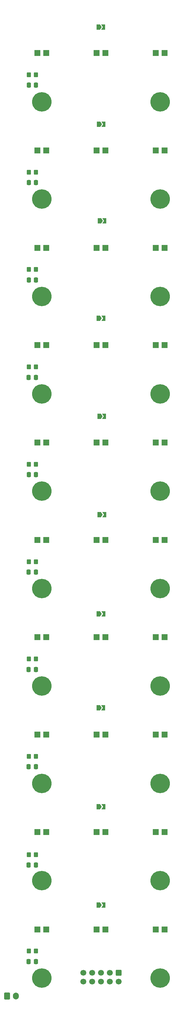
<source format=gts>
%TF.GenerationSoftware,KiCad,Pcbnew,(6.0.0)*%
%TF.CreationDate,2022-10-10T13:55:59+02:00*%
%TF.ProjectId,led_bar,6c65645f-6261-4722-9e6b-696361645f70,rev?*%
%TF.SameCoordinates,Original*%
%TF.FileFunction,Soldermask,Top*%
%TF.FilePolarity,Negative*%
%FSLAX46Y46*%
G04 Gerber Fmt 4.6, Leading zero omitted, Abs format (unit mm)*
G04 Created by KiCad (PCBNEW (6.0.0)) date 2022-10-10 13:55:59*
%MOMM*%
%LPD*%
G01*
G04 APERTURE LIST*
G04 Aperture macros list*
%AMRoundRect*
0 Rectangle with rounded corners*
0 $1 Rounding radius*
0 $2 $3 $4 $5 $6 $7 $8 $9 X,Y pos of 4 corners*
0 Add a 4 corners polygon primitive as box body*
4,1,4,$2,$3,$4,$5,$6,$7,$8,$9,$2,$3,0*
0 Add four circle primitives for the rounded corners*
1,1,$1+$1,$2,$3*
1,1,$1+$1,$4,$5*
1,1,$1+$1,$6,$7*
1,1,$1+$1,$8,$9*
0 Add four rect primitives between the rounded corners*
20,1,$1+$1,$2,$3,$4,$5,0*
20,1,$1+$1,$4,$5,$6,$7,0*
20,1,$1+$1,$6,$7,$8,$9,0*
20,1,$1+$1,$8,$9,$2,$3,0*%
%AMFreePoly0*
4,1,6,1.000000,0.000000,0.500000,-0.750000,-0.500000,-0.750000,-0.500000,0.750000,0.500000,0.750000,1.000000,0.000000,1.000000,0.000000,$1*%
%AMFreePoly1*
4,1,6,0.500000,-0.750000,-0.650000,-0.750000,-0.150000,0.000000,-0.650000,0.750000,0.500000,0.750000,0.500000,-0.750000,0.500000,-0.750000,$1*%
G04 Aperture macros list end*
%ADD10R,1.800000X1.800000*%
%ADD11C,5.600000*%
%ADD12RoundRect,0.250000X-0.337500X-0.475000X0.337500X-0.475000X0.337500X0.475000X-0.337500X0.475000X0*%
%ADD13RoundRect,0.250000X-0.350000X-0.450000X0.350000X-0.450000X0.350000X0.450000X-0.350000X0.450000X0*%
%ADD14FreePoly0,0.000000*%
%ADD15FreePoly1,0.000000*%
%ADD16RoundRect,0.250000X-0.600000X-0.750000X0.600000X-0.750000X0.600000X0.750000X-0.600000X0.750000X0*%
%ADD17O,1.700000X2.000000*%
%ADD18RoundRect,0.250000X-0.600000X0.600000X-0.600000X-0.600000X0.600000X-0.600000X0.600000X0.600000X0*%
%ADD19C,1.700000*%
G04 APERTURE END LIST*
D10*
%TO.C,D10*%
X50025000Y-291750000D03*
X47485000Y-291750000D03*
%TD*%
%TO.C,D7*%
X50025000Y-207750000D03*
X47485000Y-207750000D03*
%TD*%
%TO.C,D29*%
X84025000Y-263750000D03*
X81485000Y-263750000D03*
%TD*%
%TO.C,D14*%
X67025000Y-123750000D03*
X64485000Y-123750000D03*
%TD*%
D11*
%TO.C,REF\u002A\u002A*%
X82750000Y-53750000D03*
%TD*%
%TO.C,*%
X48750000Y-249750000D03*
%TD*%
D10*
%TO.C,D15*%
X67025000Y-151750000D03*
X64485000Y-151750000D03*
%TD*%
%TO.C,D27*%
X84025000Y-207750000D03*
X81485000Y-207750000D03*
%TD*%
D12*
%TO.C,C7*%
X44962500Y-217000000D03*
X47037500Y-217000000D03*
%TD*%
D10*
%TO.C,D25*%
X84025000Y-151750000D03*
X81485000Y-151750000D03*
%TD*%
D11*
%TO.C,*%
X48750000Y-137750000D03*
%TD*%
D10*
%TO.C,D23*%
X84025000Y-95750000D03*
X81485000Y-95750000D03*
%TD*%
D11*
%TO.C,*%
X48750000Y-221750000D03*
%TD*%
D13*
%TO.C,R8*%
X45000000Y-242000000D03*
X47000000Y-242000000D03*
%TD*%
D14*
%TO.C,JP6*%
X65275000Y-172500000D03*
D15*
X66725000Y-172500000D03*
%TD*%
D14*
%TO.C,JP3*%
X65300000Y-88000000D03*
D15*
X66750000Y-88000000D03*
%TD*%
D11*
%TO.C,*%
X48750000Y-53750000D03*
%TD*%
D12*
%TO.C,C9*%
X44962500Y-273257500D03*
X47037500Y-273257500D03*
%TD*%
D13*
%TO.C,R6*%
X45000000Y-186000000D03*
X47000000Y-186000000D03*
%TD*%
%TO.C,R10*%
X45000000Y-298000000D03*
X47000000Y-298000000D03*
%TD*%
D11*
%TO.C,*%
X48750000Y-277750000D03*
%TD*%
D10*
%TO.C,D26*%
X84025000Y-179750000D03*
X81485000Y-179750000D03*
%TD*%
D11*
%TO.C,*%
X48750000Y-305750000D03*
%TD*%
D10*
%TO.C,D19*%
X67025000Y-263750000D03*
X64485000Y-263750000D03*
%TD*%
D11*
%TO.C,REF\u002A\u002A*%
X82750000Y-221750000D03*
%TD*%
D16*
%TO.C,J2*%
X38750000Y-310950000D03*
D17*
X41250000Y-310950000D03*
%TD*%
D11*
%TO.C,REF\u002A\u002A*%
X82750000Y-81750000D03*
%TD*%
D13*
%TO.C,R1*%
X45000000Y-46000000D03*
X47000000Y-46000000D03*
%TD*%
D11*
%TO.C,REF\u002A\u002A*%
X82750000Y-109750000D03*
%TD*%
D10*
%TO.C,D9*%
X50025000Y-263750000D03*
X47485000Y-263750000D03*
%TD*%
%TO.C,D4*%
X50025000Y-123750000D03*
X47485000Y-123750000D03*
%TD*%
%TO.C,D5*%
X50025000Y-151750000D03*
X47485000Y-151750000D03*
%TD*%
D11*
%TO.C,REF\u002A\u002A*%
X82750000Y-277750000D03*
%TD*%
D14*
%TO.C,JP5*%
X65250000Y-144250000D03*
D15*
X66700000Y-144250000D03*
%TD*%
D11*
%TO.C,REF\u002A\u002A*%
X82750000Y-305750000D03*
%TD*%
%TO.C,REF\u002A\u002A*%
X82750000Y-249750000D03*
%TD*%
%TO.C,REF\u002A\u002A*%
X82750000Y-137750000D03*
%TD*%
%TO.C,REF\u002A\u002A*%
X82750000Y-165750000D03*
%TD*%
D10*
%TO.C,D21*%
X84025000Y-39750000D03*
X81485000Y-39750000D03*
%TD*%
D13*
%TO.C,R7*%
X45000000Y-214000000D03*
X47000000Y-214000000D03*
%TD*%
D11*
%TO.C,*%
X48750000Y-193750000D03*
%TD*%
D12*
%TO.C,C4*%
X44925000Y-133000000D03*
X47000000Y-133000000D03*
%TD*%
D10*
%TO.C,D2*%
X50025000Y-67750000D03*
X47485000Y-67750000D03*
%TD*%
%TO.C,D3*%
X50025000Y-95750000D03*
X47485000Y-95750000D03*
%TD*%
D13*
%TO.C,R4*%
X45000000Y-130000000D03*
X47000000Y-130000000D03*
%TD*%
D14*
%TO.C,JP2*%
X65050000Y-60250000D03*
D15*
X66500000Y-60250000D03*
%TD*%
D10*
%TO.C,D17*%
X67025000Y-207750000D03*
X64485000Y-207750000D03*
%TD*%
D14*
%TO.C,JP4*%
X65025000Y-116000000D03*
D15*
X66475000Y-116000000D03*
%TD*%
D10*
%TO.C,D13*%
X67025000Y-95750000D03*
X64485000Y-95750000D03*
%TD*%
%TO.C,D1*%
X50025000Y-39750000D03*
X47485000Y-39750000D03*
%TD*%
%TO.C,D18*%
X67025000Y-235750000D03*
X64485000Y-235750000D03*
%TD*%
%TO.C,D8*%
X50025000Y-235750000D03*
X47485000Y-235750000D03*
%TD*%
%TO.C,D24*%
X84025000Y-123750000D03*
X81485000Y-123750000D03*
%TD*%
D13*
%TO.C,R2*%
X45000000Y-74000000D03*
X47000000Y-74000000D03*
%TD*%
%TO.C,R3*%
X45000000Y-102000000D03*
X47000000Y-102000000D03*
%TD*%
%TO.C,R9*%
X45000000Y-270257500D03*
X47000000Y-270257500D03*
%TD*%
D10*
%TO.C,D30*%
X84025000Y-291750000D03*
X81485000Y-291750000D03*
%TD*%
%TO.C,D20*%
X67025000Y-291750000D03*
X64485000Y-291750000D03*
%TD*%
%TO.C,D16*%
X67025000Y-179750000D03*
X64485000Y-179750000D03*
%TD*%
D18*
%TO.C,J1*%
X70830000Y-304250000D03*
D19*
X70830000Y-306790000D03*
X68290000Y-304250000D03*
X68290000Y-306790000D03*
X65750000Y-304250000D03*
X65750000Y-306790000D03*
X63210000Y-304250000D03*
X63210000Y-306790000D03*
X60670000Y-304250000D03*
X60670000Y-306790000D03*
%TD*%
D10*
%TO.C,D11*%
X67025000Y-39750000D03*
X64485000Y-39750000D03*
%TD*%
D14*
%TO.C,JP10*%
X65025000Y-284750000D03*
D15*
X66475000Y-284750000D03*
%TD*%
D14*
%TO.C,JP8*%
X65000000Y-228000000D03*
D15*
X66450000Y-228000000D03*
%TD*%
D10*
%TO.C,D28*%
X84025000Y-235750000D03*
X81485000Y-235750000D03*
%TD*%
D14*
%TO.C,JP7*%
X65025000Y-201000000D03*
D15*
X66475000Y-201000000D03*
%TD*%
D11*
%TO.C,REF\u002A\u002A*%
X82750000Y-193750000D03*
%TD*%
D10*
%TO.C,D12*%
X67025000Y-67750000D03*
X64485000Y-67750000D03*
%TD*%
D12*
%TO.C,C5*%
X45000000Y-161000000D03*
X47075000Y-161000000D03*
%TD*%
D14*
%TO.C,JP1*%
X65000000Y-32250000D03*
D15*
X66450000Y-32250000D03*
%TD*%
D10*
%TO.C,D22*%
X84025000Y-67750000D03*
X81485000Y-67750000D03*
%TD*%
D12*
%TO.C,C2*%
X45000000Y-77000000D03*
X47075000Y-77000000D03*
%TD*%
D10*
%TO.C,D6*%
X50025000Y-179750000D03*
X47485000Y-179750000D03*
%TD*%
D11*
%TO.C,*%
X48750000Y-109750000D03*
%TD*%
D12*
%TO.C,C6*%
X44962500Y-189000000D03*
X47037500Y-189000000D03*
%TD*%
D13*
%TO.C,R5*%
X45000000Y-158000000D03*
X47000000Y-158000000D03*
%TD*%
D11*
%TO.C,*%
X48750000Y-81750000D03*
%TD*%
D14*
%TO.C,JP9*%
X65025000Y-256500000D03*
D15*
X66475000Y-256500000D03*
%TD*%
D12*
%TO.C,C8*%
X44962500Y-245000000D03*
X47037500Y-245000000D03*
%TD*%
%TO.C,C1*%
X45000000Y-49000000D03*
X47075000Y-49000000D03*
%TD*%
D11*
%TO.C,*%
X48750000Y-165750000D03*
%TD*%
D12*
%TO.C,C3*%
X45000000Y-105000000D03*
X47075000Y-105000000D03*
%TD*%
%TO.C,C10*%
X44962500Y-301000000D03*
X47037500Y-301000000D03*
%TD*%
M02*

</source>
